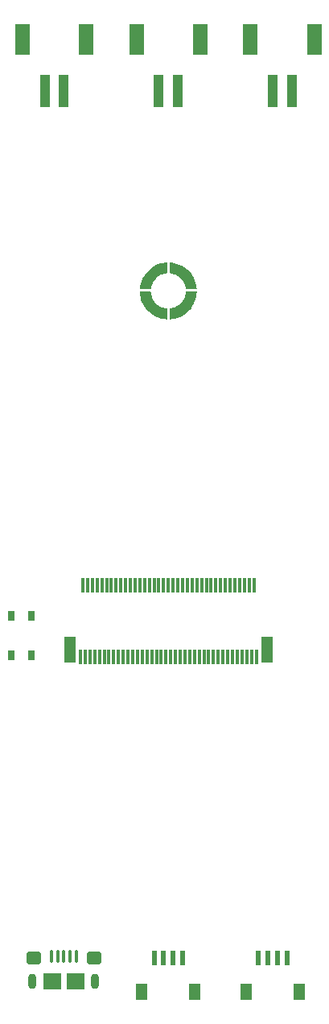
<source format=gtp>
G04*
G04 #@! TF.GenerationSoftware,Altium Limited,Altium Designer,22.7.1 (60)*
G04*
G04 Layer_Color=8421504*
%FSLAX25Y25*%
%MOIN*%
G70*
G04*
G04 #@! TF.SameCoordinates,24E4937F-31BC-4FDA-B361-D206D476748A*
G04*
G04*
G04 #@! TF.FilePolarity,Positive*
G04*
G01*
G75*
%ADD12O,0.03543X0.06299*%
%ADD13R,0.07480X0.07087*%
G04:AMPARAMS|DCode=14|XSize=62.99mil|YSize=55.12mil|CornerRadius=13.78mil|HoleSize=0mil|Usage=FLASHONLY|Rotation=0.000|XOffset=0mil|YOffset=0mil|HoleType=Round|Shape=RoundedRectangle|*
%AMROUNDEDRECTD14*
21,1,0.06299,0.02756,0,0,0.0*
21,1,0.03543,0.05512,0,0,0.0*
1,1,0.02756,0.01772,-0.01378*
1,1,0.02756,-0.01772,-0.01378*
1,1,0.02756,-0.01772,0.01378*
1,1,0.02756,0.01772,0.01378*
%
%ADD14ROUNDEDRECTD14*%
%ADD15O,0.01575X0.05315*%
%ADD16R,0.04724X0.06693*%
%ADD17R,0.02362X0.06102*%
%ADD18R,0.05906X0.12598*%
%ADD19R,0.03937X0.13780*%
%ADD20R,0.01181X0.06102*%
%ADD21R,0.04724X0.10827*%
%ADD22R,0.02559X0.04134*%
G36*
X88196Y293898D02*
X92727D01*
X92727D01*
X92789Y293265D01*
X92906Y292641D01*
X93077Y292029D01*
X93300Y291434D01*
X93575Y290861D01*
X93898Y290314D01*
X94268Y289797D01*
X94682Y289315D01*
X95136Y288870D01*
X95627Y288467D01*
X96151Y288108D01*
X96705Y287796D01*
X97283Y287534D01*
X97882Y287322D01*
X98498Y287164D01*
X99125Y287061D01*
X99410Y287032D01*
Y282495D01*
D01*
X98384Y282592D01*
X97370Y282777D01*
X96377Y283050D01*
X95411Y283409D01*
X94480Y283850D01*
X93590Y284371D01*
X92750Y284967D01*
X91965Y285634D01*
X91241Y286368D01*
X90584Y287161D01*
X89999Y288009D01*
X89489Y288905D01*
X89060Y289841D01*
X88713Y290812D01*
X88453Y291809D01*
X88281Y292824D01*
X88197Y293851D01*
X88196Y293898D01*
D01*
D02*
G37*
G36*
X88215Y295079D02*
X88215D01*
X88329Y296103D01*
X88531Y297113D01*
X88821Y298102D01*
X89195Y299062D01*
X89652Y299985D01*
X90188Y300866D01*
X90798Y301696D01*
X91479Y302469D01*
X92224Y303181D01*
X93028Y303825D01*
X93886Y304396D01*
X94790Y304891D01*
X95733Y305305D01*
X96709Y305634D01*
X97711Y305878D01*
X98729Y306034D01*
X99410Y306087D01*
Y301551D01*
D01*
X98779Y301472D01*
X98158Y301338D01*
X97551Y301151D01*
X96962Y300911D01*
X96397Y300621D01*
X95859Y300283D01*
X95353Y299899D01*
X94881Y299473D01*
X94449Y299007D01*
X94059Y298505D01*
X93715Y297972D01*
X93418Y297410D01*
X93171Y296824D01*
X92977Y296219D01*
X92835Y295600D01*
X92760Y295079D01*
X88215D01*
D01*
D02*
G37*
G36*
X107273Y293898D02*
X111804D01*
D01*
X111725Y292870D01*
X111557Y291854D01*
X111300Y290856D01*
X110958Y289884D01*
X110532Y288946D01*
X110026Y288048D01*
X109444Y287198D01*
X108790Y286402D01*
X108069Y285666D01*
X107286Y284996D01*
X106448Y284396D01*
X105561Y283872D01*
X104632Y283427D01*
X103667Y283064D01*
X102675Y282787D01*
X101662Y282598D01*
X100637Y282498D01*
X100591Y282495D01*
Y287032D01*
Y287032D01*
X101221Y287111D01*
X101842Y287245D01*
X102449Y287432D01*
X103038Y287672D01*
X103603Y287962D01*
X104141Y288300D01*
X104648Y288683D01*
X105119Y289110D01*
X105551Y289576D01*
X105941Y290077D01*
X106285Y290611D01*
X106582Y291173D01*
X106829Y291759D01*
X107024Y292363D01*
X107165Y292983D01*
X107252Y293612D01*
X107273Y293898D01*
D01*
D02*
G37*
G36*
X100591Y301551D02*
Y306087D01*
D01*
X101616Y305991D01*
X102630Y305806D01*
X103623Y305533D01*
X104589Y305174D01*
X105520Y304733D01*
X106410Y304212D01*
X107250Y303615D01*
X108035Y302948D01*
X108759Y302215D01*
X109416Y301421D01*
X110002Y300574D01*
X110511Y299678D01*
X110941Y298741D01*
X111287Y297771D01*
X111547Y296774D01*
X111720Y295758D01*
X111785Y295079D01*
X107241D01*
D01*
X107145Y295707D01*
X106994Y296324D01*
X106790Y296926D01*
X106535Y297508D01*
X106230Y298065D01*
X105877Y298594D01*
X105480Y299090D01*
X105041Y299549D01*
X104563Y299968D01*
X104051Y300344D01*
X103508Y300674D01*
X102938Y300956D01*
X102346Y301186D01*
X101736Y301365D01*
X101113Y301489D01*
X100591Y301551D01*
D01*
D02*
G37*
D12*
X69685Y8268D02*
D03*
X43701D02*
D03*
D13*
X61417D02*
D03*
X51968D02*
D03*
D14*
X69291Y17913D02*
D03*
X44094D02*
D03*
D15*
X56693Y18799D02*
D03*
X54134D02*
D03*
X51575D02*
D03*
X61811D02*
D03*
X59252D02*
D03*
D16*
X154331Y4161D02*
D03*
X132283D02*
D03*
X111024D02*
D03*
X88976D02*
D03*
D17*
X141339Y18067D02*
D03*
X145276D02*
D03*
X149213D02*
D03*
X137402D02*
D03*
X98032D02*
D03*
X101969D02*
D03*
X105905D02*
D03*
X94095D02*
D03*
D18*
X86811Y398425D02*
D03*
X113189D02*
D03*
X39567D02*
D03*
X65945D02*
D03*
X134055D02*
D03*
X160433D02*
D03*
D19*
X96063Y376969D02*
D03*
X103937D02*
D03*
X48819D02*
D03*
X56693D02*
D03*
X143307D02*
D03*
X151181D02*
D03*
D20*
X129528Y172343D02*
D03*
X127559D02*
D03*
X135433D02*
D03*
X131496D02*
D03*
X133465D02*
D03*
X125591D02*
D03*
X123622D02*
D03*
X119685D02*
D03*
X121653D02*
D03*
X117717D02*
D03*
X113779D02*
D03*
X111811D02*
D03*
X115748D02*
D03*
X103937D02*
D03*
X101969D02*
D03*
X109843D02*
D03*
X105905D02*
D03*
X107874D02*
D03*
X136417Y142618D02*
D03*
X134449D02*
D03*
X130512D02*
D03*
X132480D02*
D03*
X122638D02*
D03*
X120669D02*
D03*
X128543D02*
D03*
X124606D02*
D03*
X126575D02*
D03*
X112795D02*
D03*
X110827D02*
D03*
X118701D02*
D03*
X114764D02*
D03*
X116732D02*
D03*
X102953D02*
D03*
X100984D02*
D03*
X108858D02*
D03*
X104921D02*
D03*
X106890D02*
D03*
X94095Y172343D02*
D03*
X92126D02*
D03*
X100000D02*
D03*
X96063D02*
D03*
X98032D02*
D03*
X90158D02*
D03*
X88189D02*
D03*
X84252D02*
D03*
X86221D02*
D03*
X76378D02*
D03*
X74410D02*
D03*
X72441D02*
D03*
X82284D02*
D03*
X78347D02*
D03*
X80315D02*
D03*
X70472D02*
D03*
X68504D02*
D03*
X66535D02*
D03*
X64567D02*
D03*
X93110Y142618D02*
D03*
X91142D02*
D03*
X99016D02*
D03*
X95079D02*
D03*
X97047D02*
D03*
X89173D02*
D03*
X87205D02*
D03*
X83268D02*
D03*
X85236D02*
D03*
X75394D02*
D03*
X73425D02*
D03*
X81299D02*
D03*
X77362D02*
D03*
X79331D02*
D03*
X65551D02*
D03*
X63583D02*
D03*
X71457D02*
D03*
X67520D02*
D03*
X69488D02*
D03*
D21*
X140748Y145669D02*
D03*
X59252D02*
D03*
D22*
X34768Y143331D02*
D03*
Y159669D02*
D03*
X43232Y143331D02*
D03*
Y159669D02*
D03*
M02*

</source>
